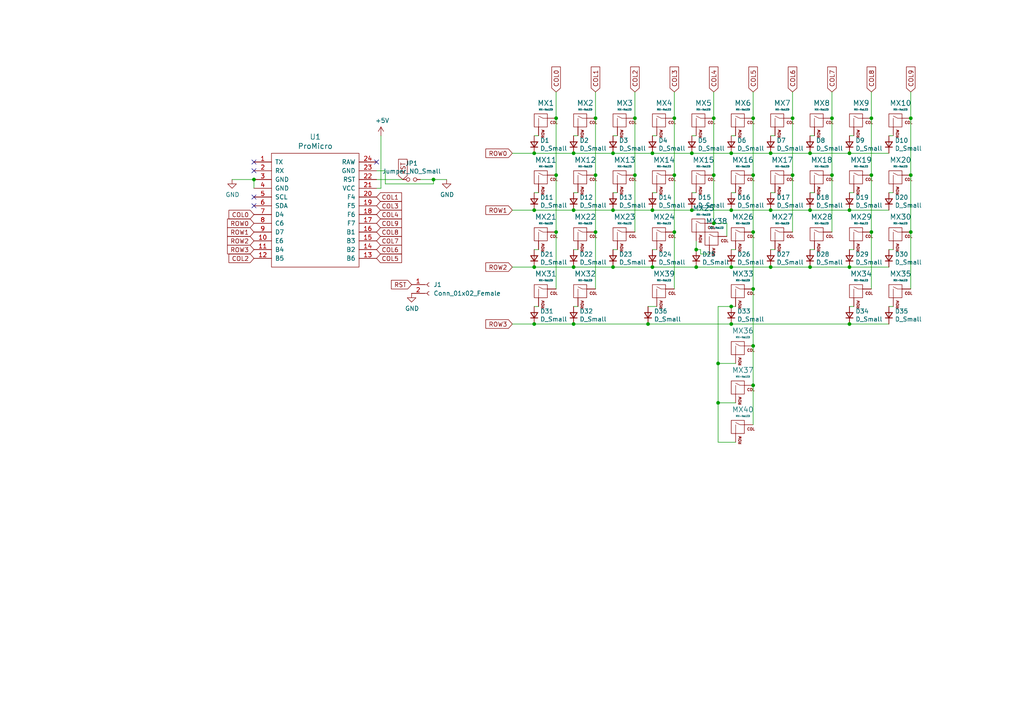
<source format=kicad_sch>
(kicad_sch (version 20211123) (generator eeschema)
  (paper "A4")
  (lib_symbols
    (symbol "Connector:Conn_01x02_Female" (pin_names (offset 1.016) hide)
      (property "Reference" "J" (at 0 2.54 0))
      (property "Value" "Conn_01x02_Female" (at 0 -5.08 0))
      (symbol "Conn_01x02_Female_1_1"
        (arc (start 0 -2.032) (mid -0.508 -2.54) (end 0 -3.048) (stroke (width 0.1524)))
        (polyline (pts (xy -1.27 -2.54) (xy -0.508 -2.54)) (stroke (width 0.1524)))
        (polyline (pts (xy -1.27 0) (xy -0.508 0)) (stroke (width 0.1524)))
        (arc (start 0 0.508) (mid -0.508 0) (end 0 -0.508) (stroke (width 0.1524)))
        (pin passive line (at -5.08 0 0) (length 3.81) (name "Pin_1") (number "1"))
        (pin passive line (at -5.08 -2.54 0) (length 3.81) (name "Pin_2") (number "2"))
      )
    )
    (symbol "Device:D_Small" (pin_numbers hide) (pin_names (offset 0.254) hide)
      (property "Reference" "D" (at -1.27 2.032 0))
      (property "Value" "D_Small" (at -3.81 -2.032 0))
      (symbol "D_Small_0_1"
        (polyline (pts (xy -0.762 -1.016) (xy -0.762 1.016)) (stroke (width 0.254)))
        (polyline (pts (xy -0.762 0) (xy 0.762 0)))
        (polyline (pts (xy 0.762 -1.016) (xy -0.762 0) (xy 0.762 1.016) (xy 0.762 -1.016)) (stroke (width 0.254)))
      )
      (symbol "D_Small_1_1"
        (pin passive line (at -2.54 0 0) (length 1.778) (name "K") (number "1"))
        (pin passive line (at 2.54 0 180) (length 1.778) (name "A") (number "2"))
      )
    )
    (symbol "Device:Jumper_NO_Small" (pin_numbers hide) (pin_names (offset 0.762) hide)
      (property "Reference" "JP" (at 0 2.032 0))
      (property "Value" "Device_Jumper_NO_Small" (at 0.254 -1.524 0))
      (symbol "Jumper_NO_Small_0_1"
        (circle (center -1.016 0) (radius 0.508))
        (circle (center 1.016 0) (radius 0.508))
        (pin passive line (at -2.54 0 0) (length 1.016) (name "1") (number "1"))
        (pin passive line (at 2.54 0 180) (length 1.016) (name "2") (number "2"))
      )
    )
    (symbol "MX_Alps_Hybrid:MX-NoLED" (pin_names (offset 1.016))
      (property "Reference" "MX" (at -0.635 3.81 0))
      (property "Value" "MX_Alps_Hybrid_MX-NoLED" (at -0.635 1.27 0))
      (symbol "MX-NoLED_0_0"
        (rectangle (start -2.54 2.54) (end 1.27 -1.27))
        (polyline (pts (xy -1.27 -1.27) (xy -1.27 1.27)) (stroke (width 0.127)))
        (polyline (pts (xy 1.27 1.27) (xy 0 1.27) (xy -1.27 1.905)) (stroke (width 0.127)))
        (text "COL" (at 3.175 0 0) (effects (font (size 0.762 0.762))))
        (text "ROW" (at 0 -1.905 900) (effects (font (size 0.762 0.762)) (justify right)))
      )
      (symbol "MX-NoLED_1_1"
        (pin passive line (at 3.81 1.27 180) (length 2.54) (name "COL") (number "1"))
        (pin passive line (at -1.27 -3.81 90) (length 2.54) (name "ROW") (number "2"))
      )
    )
    (symbol "power:+5V" (power) (pin_names (offset 0))
      (property "Value" "+5V" (at 0 3.556 0))
      (symbol "+5V_0_1"
        (polyline (pts (xy -0.762 1.27) (xy 0 2.54)))
        (polyline (pts (xy 0 0) (xy 0 2.54)))
        (polyline (pts (xy 0 2.54) (xy 0.762 1.27)))
      )
      (symbol "+5V_1_1"
        (pin power_in line (at 0 0 90) (length 0) hide (name "+5V") (number "1"))
      )
    )
    (symbol "power:GND" (power) (pin_names (offset 0))
      (property "Value" "GND" (at 0 -3.81 0))
      (symbol "GND_0_1"
        (polyline (pts (xy 0 0) (xy 0 -1.27) (xy 1.27 -1.27) (xy 0 -2.54) (xy -1.27 -1.27) (xy 0 -1.27)))
      )
      (symbol "GND_1_1"
        (pin power_in line (at 0 0 270) (length 0) hide (name "GND") (number "1"))
      )
    )
    (symbol "promicro:ProMicro" (pin_names (offset 1.016))
      (property "Reference" "U" (at 0 24.13 0))
      (property "Value" "promicro_ProMicro" (at 0 -13.97 0))
      (symbol "ProMicro_0_1"
        (rectangle (start -12.7 21.59) (end 12.7 -11.43))
      )
      (symbol "ProMicro_1_1"
        (pin bidirectional line (at -17.78 19.05 0) (length 5.08) (name "TX") (number "1"))
        (pin bidirectional line (at -17.78 -3.81 0) (length 5.08) (name "E6") (number "10"))
        (pin bidirectional line (at -17.78 -6.35 0) (length 5.08) (name "B4") (number "11"))
        (pin bidirectional line (at -17.78 -8.89 0) (length 5.08) (name "B5") (number "12"))
        (pin bidirectional line (at 17.78 -8.89 180) (length 5.08) (name "B6") (number "13"))
        (pin bidirectional line (at 17.78 -6.35 180) (length 5.08) (name "B2") (number "14"))
        (pin bidirectional line (at 17.78 -3.81 180) (length 5.08) (name "B3") (number "15"))
        (pin bidirectional line (at 17.78 -1.27 180) (length 5.08) (name "B1") (number "16"))
        (pin bidirectional line (at 17.78 1.27 180) (length 5.08) (name "F7") (number "17"))
        (pin bidirectional line (at 17.78 3.81 180) (length 5.08) (name "F6") (number "18"))
        (pin bidirectional line (at 17.78 6.35 180) (length 5.08) (name "F5") (number "19"))
        (pin bidirectional line (at -17.78 16.51 0) (length 5.08) (name "RX") (number "2"))
        (pin bidirectional line (at 17.78 8.89 180) (length 5.08) (name "F4") (number "20"))
        (pin power_in line (at 17.78 11.43 180) (length 5.08) (name "VCC") (number "21"))
        (pin input line (at 17.78 13.97 180) (length 5.08) (name "RST") (number "22"))
        (pin power_in line (at 17.78 16.51 180) (length 5.08) (name "GND") (number "23"))
        (pin power_out line (at 17.78 19.05 180) (length 5.08) (name "RAW") (number "24"))
        (pin power_in line (at -17.78 13.97 0) (length 5.08) (name "GND") (number "3"))
        (pin power_in line (at -17.78 11.43 0) (length 5.08) (name "GND") (number "4"))
        (pin bidirectional line (at -17.78 8.89 0) (length 5.08) (name "SCL") (number "5"))
        (pin bidirectional line (at -17.78 6.35 0) (length 5.08) (name "SDA") (number "6"))
        (pin bidirectional line (at -17.78 3.81 0) (length 5.08) (name "D4") (number "7"))
        (pin bidirectional line (at -17.78 1.27 0) (length 5.08) (name "C6") (number "8"))
        (pin bidirectional line (at -17.78 -1.27 0) (length 5.08) (name "D7") (number "9"))
      )
    )
  )
  (junction (at 218.44 111.76))
  (junction (at 161.29 34.29))
  (junction (at 241.3 34.29))
  (junction (at 166.37 77.47))
  (junction (at 125.73 52.07))
  (junction (at 264.16 67.31))
  (junction (at 212.09 44.45))
  (junction (at 154.94 60.96))
  (junction (at 234.95 77.47))
  (junction (at 234.95 44.45))
  (junction (at 200.66 60.96))
  (junction (at 246.38 60.96))
  (junction (at 177.8 60.96))
  (junction (at 195.58 34.29))
  (junction (at 201.93 77.47))
  (junction (at 252.73 67.31))
  (junction (at 252.73 50.8))
  (junction (at 187.96 93.98))
  (junction (at 166.37 60.96))
  (junction (at 218.44 34.29))
  (junction (at 154.94 44.45))
  (junction (at 184.15 34.29))
  (junction (at 195.58 67.31))
  (junction (at 229.87 50.8))
  (junction (at 246.38 44.45))
  (junction (at 218.44 50.8))
  (junction (at 208.28 105.41))
  (junction (at 246.38 77.47))
  (junction (at 208.28 116.84))
  (junction (at 212.09 88.9))
  (junction (at 207.01 34.29))
  (junction (at 166.37 44.45))
  (junction (at 154.94 77.47))
  (junction (at 177.8 44.45))
  (junction (at 218.44 67.31))
  (junction (at 212.09 77.47))
  (junction (at 223.52 77.47))
  (junction (at 218.44 100.33))
  (junction (at 241.3 50.8))
  (junction (at 189.23 77.47))
  (junction (at 172.72 67.31))
  (junction (at 264.16 34.29))
  (junction (at 172.72 34.29))
  (junction (at 200.66 44.45))
  (junction (at 252.73 34.29))
  (junction (at 184.15 50.8))
  (junction (at 166.37 93.98))
  (junction (at 189.23 60.96))
  (junction (at 234.95 60.96))
  (junction (at 172.72 50.8))
  (junction (at 201.93 72.39))
  (junction (at 223.52 60.96))
  (junction (at 207.01 64.77))
  (junction (at 177.8 77.47))
  (junction (at 246.38 93.98))
  (junction (at 212.09 60.96))
  (junction (at 161.29 67.31))
  (junction (at 223.52 44.45))
  (junction (at 189.23 44.45))
  (junction (at 161.29 50.8))
  (junction (at 218.44 83.82))
  (junction (at 212.09 93.98))
  (junction (at 264.16 50.8))
  (junction (at 207.01 50.8))
  (junction (at 195.58 50.8))
  (junction (at 73.66 52.07))
  (junction (at 154.94 93.98))
  (junction (at 229.87 34.29))
  (no_connect (at 73.66 57.15))
  (no_connect (at 73.66 49.53))
  (no_connect (at 109.22 46.99))
  (no_connect (at 73.66 59.69))
  (no_connect (at 73.66 46.99))
  (wire (pts (xy 161.29 50.8) (xy 161.29 67.31)))
  (wire (pts (xy 247.65 72.39) (xy 246.38 72.39)))
  (wire (pts (xy 156.21 72.39) (xy 154.94 72.39)))
  (wire (pts (xy 177.8 77.47) (xy 189.23 77.47)))
  (wire (pts (xy 218.44 50.8) (xy 218.44 67.31)))
  (wire (pts (xy 207.01 34.29) (xy 207.01 50.8)))
  (wire (pts (xy 195.58 26.67) (xy 195.58 34.29)))
  (wire (pts (xy 218.44 83.82) (xy 218.44 67.31)))
  (wire (pts (xy 189.23 60.96) (xy 200.66 60.96)))
  (wire (pts (xy 195.58 67.31) (xy 195.58 83.82)))
  (wire (pts (xy 177.8 60.96) (xy 189.23 60.96)))
  (wire (pts (xy 190.5 55.88) (xy 189.23 55.88)))
  (wire (pts (xy 111.76 53.34) (xy 125.73 53.34)))
  (wire (pts (xy 224.79 39.37) (xy 223.52 39.37)))
  (wire (pts (xy 208.28 128.27) (xy 208.28 116.84)))
  (wire (pts (xy 172.72 34.29) (xy 172.72 50.8)))
  (wire (pts (xy 229.87 26.67) (xy 229.87 34.29)))
  (wire (pts (xy 154.94 44.45) (xy 166.37 44.45)))
  (wire (pts (xy 161.29 83.82) (xy 161.29 67.31)))
  (wire (pts (xy 190.5 39.37) (xy 189.23 39.37)))
  (wire (pts (xy 167.64 39.37) (xy 166.37 39.37)))
  (wire (pts (xy 161.29 26.67) (xy 161.29 34.29)))
  (wire (pts (xy 208.28 88.9) (xy 212.09 88.9)))
  (wire (pts (xy 252.73 26.67) (xy 252.73 34.29)))
  (wire (pts (xy 252.73 83.82) (xy 252.73 67.31)))
  (wire (pts (xy 213.36 39.37) (xy 212.09 39.37)))
  (wire (pts (xy 195.58 50.8) (xy 195.58 67.31)))
  (wire (pts (xy 154.94 60.96) (xy 166.37 60.96)))
  (wire (pts (xy 201.93 55.88) (xy 200.66 55.88)))
  (wire (pts (xy 154.94 77.47) (xy 166.37 77.47)))
  (wire (pts (xy 172.72 26.67) (xy 172.72 34.29)))
  (wire (pts (xy 172.72 50.8) (xy 172.72 67.31)))
  (wire (pts (xy 259.08 72.39) (xy 257.81 72.39)))
  (wire (pts (xy 224.79 55.88) (xy 223.52 55.88)))
  (wire (pts (xy 167.64 55.88) (xy 166.37 55.88)))
  (wire (pts (xy 213.36 55.88) (xy 212.09 55.88)))
  (wire (pts (xy 246.38 44.45) (xy 257.81 44.45)))
  (wire (pts (xy 179.07 72.39) (xy 177.8 72.39)))
  (wire (pts (xy 166.37 77.47) (xy 177.8 77.47)))
  (wire (pts (xy 259.08 88.9) (xy 257.81 88.9)))
  (wire (pts (xy 179.07 39.37) (xy 177.8 39.37)))
  (wire (pts (xy 156.21 55.88) (xy 154.94 55.88)))
  (wire (pts (xy 207.01 26.67) (xy 207.01 34.29)))
  (wire (pts (xy 259.08 55.88) (xy 257.81 55.88)))
  (wire (pts (xy 246.38 77.47) (xy 257.81 77.47)))
  (wire (pts (xy 111.76 49.53) (xy 111.76 53.34)))
  (wire (pts (xy 236.22 55.88) (xy 234.95 55.88)))
  (wire (pts (xy 201.93 39.37) (xy 200.66 39.37)))
  (wire (pts (xy 218.44 111.76) (xy 218.44 123.19)))
  (wire (pts (xy 167.64 72.39) (xy 166.37 72.39)))
  (wire (pts (xy 172.72 83.82) (xy 172.72 67.31)))
  (wire (pts (xy 67.31 52.07) (xy 73.66 52.07)))
  (wire (pts (xy 229.87 50.8) (xy 229.87 67.31)))
  (wire (pts (xy 154.94 44.45) (xy 148.59 44.45)))
  (wire (pts (xy 184.15 34.29) (xy 184.15 50.8)))
  (wire (pts (xy 218.44 26.67) (xy 218.44 34.29)))
  (wire (pts (xy 241.3 26.67) (xy 241.3 34.29)))
  (wire (pts (xy 213.36 105.41) (xy 208.28 105.41)))
  (wire (pts (xy 200.66 44.45) (xy 212.09 44.45)))
  (wire (pts (xy 201.93 69.85) (xy 201.93 72.39)))
  (wire (pts (xy 212.09 44.45) (xy 223.52 44.45)))
  (wire (pts (xy 203.2 73.66) (xy 203.2 72.39)))
  (wire (pts (xy 229.87 34.29) (xy 229.87 50.8)))
  (wire (pts (xy 156.21 39.37) (xy 154.94 39.37)))
  (wire (pts (xy 218.44 111.76) (xy 218.44 100.33)))
  (wire (pts (xy 121.92 52.07) (xy 125.73 52.07)))
  (wire (pts (xy 212.09 72.39) (xy 213.36 72.39)))
  (wire (pts (xy 246.38 60.96) (xy 257.81 60.96)))
  (wire (pts (xy 218.44 34.29) (xy 218.44 50.8)))
  (wire (pts (xy 234.95 44.45) (xy 246.38 44.45)))
  (wire (pts (xy 213.36 128.27) (xy 208.28 128.27)))
  (wire (pts (xy 247.65 39.37) (xy 246.38 39.37)))
  (wire (pts (xy 252.73 50.8) (xy 252.73 67.31)))
  (wire (pts (xy 154.94 93.98) (xy 148.59 93.98)))
  (wire (pts (xy 223.52 44.45) (xy 234.95 44.45)))
  (wire (pts (xy 213.36 116.84) (xy 208.28 116.84)))
  (wire (pts (xy 210.82 64.77) (xy 207.01 64.77)))
  (wire (pts (xy 109.22 52.07) (xy 116.84 52.07)))
  (wire (pts (xy 208.28 105.41) (xy 208.28 88.9)))
  (wire (pts (xy 125.73 53.34) (xy 125.73 52.07)))
  (wire (pts (xy 264.16 50.8) (xy 264.16 67.31)))
  (wire (pts (xy 166.37 88.9) (xy 167.64 88.9)))
  (wire (pts (xy 129.54 52.07) (xy 125.73 52.07)))
  (wire (pts (xy 224.79 72.39) (xy 223.52 72.39)))
  (wire (pts (xy 154.94 60.96) (xy 148.59 60.96)))
  (wire (pts (xy 109.22 49.53) (xy 111.76 49.53)))
  (wire (pts (xy 223.52 77.47) (xy 234.95 77.47)))
  (wire (pts (xy 189.23 44.45) (xy 200.66 44.45)))
  (wire (pts (xy 189.23 77.47) (xy 201.93 77.47)))
  (wire (pts (xy 246.38 93.98) (xy 257.81 93.98)))
  (wire (pts (xy 203.2 73.66) (xy 205.74 73.66)))
  (wire (pts (xy 236.22 72.39) (xy 234.95 72.39)))
  (wire (pts (xy 234.95 60.96) (xy 246.38 60.96)))
  (wire (pts (xy 264.16 26.67) (xy 264.16 34.29)))
  (wire (pts (xy 212.09 93.98) (xy 187.96 93.98)))
  (wire (pts (xy 234.95 77.47) (xy 246.38 77.47)))
  (wire (pts (xy 247.65 88.9) (xy 246.38 88.9)))
  (wire (pts (xy 264.16 67.31) (xy 264.16 83.82)))
  (wire (pts (xy 259.08 39.37) (xy 257.81 39.37)))
  (wire (pts (xy 184.15 50.8) (xy 184.15 67.31)))
  (wire (pts (xy 207.01 64.77) (xy 207.01 50.8)))
  (wire (pts (xy 166.37 93.98) (xy 154.94 93.98)))
  (wire (pts (xy 200.66 60.96) (xy 212.09 60.96)))
  (wire (pts (xy 187.96 88.9) (xy 190.5 88.9)))
  (wire (pts (xy 195.58 34.29) (xy 195.58 50.8)))
  (wire (pts (xy 212.09 60.96) (xy 223.52 60.96)))
  (wire (pts (xy 241.3 50.8) (xy 241.3 67.31)))
  (wire (pts (xy 203.2 72.39) (xy 201.93 72.39)))
  (wire (pts (xy 241.3 34.29) (xy 241.3 50.8)))
  (wire (pts (xy 161.29 34.29) (xy 161.29 50.8)))
  (wire (pts (xy 208.28 116.84) (xy 208.28 105.41)))
  (wire (pts (xy 177.8 44.45) (xy 189.23 44.45)))
  (wire (pts (xy 218.44 100.33) (xy 218.44 83.82)))
  (wire (pts (xy 212.09 77.47) (xy 223.52 77.47)))
  (wire (pts (xy 213.36 88.9) (xy 212.09 88.9)))
  (wire (pts (xy 264.16 34.29) (xy 264.16 50.8)))
  (wire (pts (xy 247.65 55.88) (xy 246.38 55.88)))
  (wire (pts (xy 73.66 52.07) (xy 73.66 54.61)))
  (wire (pts (xy 109.22 54.61) (xy 110.49 54.61)))
  (wire (pts (xy 110.49 54.61) (xy 110.49 39.37)))
  (wire (pts (xy 166.37 44.45) (xy 177.8 44.45)))
  (wire (pts (xy 210.82 68.58) (xy 210.82 64.77)))
  (wire (pts (xy 184.15 26.67) (xy 184.15 34.29)))
  (wire (pts (xy 223.52 60.96) (xy 234.95 60.96)))
  (wire (pts (xy 154.94 77.47) (xy 148.59 77.47)))
  (wire (pts (xy 179.07 55.88) (xy 177.8 55.88)))
  (wire (pts (xy 236.22 39.37) (xy 234.95 39.37)))
  (wire (pts (xy 252.73 34.29) (xy 252.73 50.8)))
  (wire (pts (xy 201.93 77.47) (xy 212.09 77.47)))
  (wire (pts (xy 166.37 93.98) (xy 187.96 93.98)))
  (wire (pts (xy 154.94 88.9) (xy 156.21 88.9)))
  (wire (pts (xy 246.38 93.98) (xy 212.09 93.98)))
  (wire (pts (xy 190.5 72.39) (xy 189.23 72.39)))
  (wire (pts (xy 166.37 60.96) (xy 177.8 60.96)))
  (global_label "COL2" (shape input) (at 73.66 74.93 180) (property "Intersheet References" "${INTERSHEET_REFS}" (effects hide)))
  (global_label "COL1" (shape input) (at 109.22 57.15 0) (property "Intersheet References" "${INTERSHEET_REFS}" (effects hide)))
  (global_label "COL0" (shape input) (at 73.66 62.23 180) (property "Intersheet References" "${INTERSHEET_REFS}" (effects hide)))
  (global_label "COL9" (shape input) (at 264.16 26.67 90) (property "Intersheet References" "${INTERSHEET_REFS}" (effects hide)))
  (global_label "COL1" (shape input) (at 172.72 26.67 90) (property "Intersheet References" "${INTERSHEET_REFS}" (effects hide)))
  (global_label "COL8" (shape input) (at 109.22 67.31 0) (property "Intersheet References" "${INTERSHEET_REFS}" (effects hide)))
  (global_label "ROW3" (shape input) (at 73.66 72.39 180) (property "Intersheet References" "${INTERSHEET_REFS}" (effects hide)))
  (global_label "COL0" (shape input) (at 161.29 26.67 90) (property "Intersheet References" "${INTERSHEET_REFS}" (effects hide)))
  (global_label "COL4" (shape input) (at 109.22 62.23 0) (property "Intersheet References" "${INTERSHEET_REFS}" (effects hide)))
  (global_label "RST" (shape input) (at 116.84 52.07 90) (property "Intersheet References" "${INTERSHEET_REFS}" (effects hide)))
  (global_label "ROW0" (shape input) (at 73.66 64.77 180) (property "Intersheet References" "${INTERSHEET_REFS}" (effects hide)))
  (global_label "COL8" (shape input) (at 252.73 26.67 90) (property "Intersheet References" "${INTERSHEET_REFS}" (effects hide)))
  (global_label "COL2" (shape input) (at 184.15 26.67 90) (property "Intersheet References" "${INTERSHEET_REFS}" (effects hide)))
  (global_label "COL4" (shape input) (at 207.01 26.67 90) (property "Intersheet References" "${INTERSHEET_REFS}" (effects hide)))
  (global_label "ROW3" (shape input) (at 148.59 93.98 180) (property "Intersheet References" "${INTERSHEET_REFS}" (effects hide)))
  (global_label "RST" (shape input) (at 119.38 82.55 180) (property "Intersheet References" "${INTERSHEET_REFS}" (effects hide)))
  (global_label "COL6" (shape input) (at 109.22 72.39 0) (property "Intersheet References" "${INTERSHEET_REFS}" (effects hide)))
  (global_label "COL6" (shape input) (at 229.87 26.67 90) (property "Intersheet References" "${INTERSHEET_REFS}" (effects hide)))
  (global_label "ROW0" (shape input) (at 148.59 44.45 180) (property "Intersheet References" "${INTERSHEET_REFS}" (effects hide)))
  (global_label "ROW1" (shape input) (at 148.59 60.96 180) (property "Intersheet References" "${INTERSHEET_REFS}" (effects hide)))
  (global_label "ROW2" (shape input) (at 73.66 69.85 180) (property "Intersheet References" "${INTERSHEET_REFS}" (effects hide)))
  (global_label "COL7" (shape input) (at 109.22 69.85 0) (property "Intersheet References" "${INTERSHEET_REFS}" (effects hide)))
  (global_label "COL5" (shape input) (at 109.22 74.93 0) (property "Intersheet References" "${INTERSHEET_REFS}" (effects hide)))
  (global_label "ROW1" (shape input) (at 73.66 67.31 180) (property "Intersheet References" "${INTERSHEET_REFS}" (effects hide)))
  (global_label "COL3" (shape input) (at 195.58 26.67 90) (property "Intersheet References" "${INTERSHEET_REFS}" (effects hide)))
  (global_label "COL7" (shape input) (at 241.3 26.67 90) (property "Intersheet References" "${INTERSHEET_REFS}" (effects hide)))
  (global_label "COL3" (shape input) (at 109.22 59.69 0) (property "Intersheet References" "${INTERSHEET_REFS}" (effects hide)))
  (global_label "COL5" (shape input) (at 218.44 26.67 90) (property "Intersheet References" "${INTERSHEET_REFS}" (effects hide)))
  (global_label "COL9" (shape input) (at 109.22 64.77 0) (property "Intersheet References" "${INTERSHEET_REFS}" (effects hide)))
  (global_label "ROW2" (shape input) (at 148.59 77.47 180) (property "Intersheet References" "${INTERSHEET_REFS}" (effects hide)))
  (symbol (lib_id "MX_Alps_Hybrid:MX-NoLED") (at 157.48 35.56 0) (unit 1)
    (property "Reference" "MX1" (at 158.3182 29.8958 0) (effects (font (size 1.524 1.524))))
    (property "Value" "MX-NoLED" (at 158.3182 31.7754 0) (effects (font (size 0.508 0.508))))
    (property "Footprint" "MX_Only:MXOnly-1U-NoLED" (effects hide))
  )
  (symbol (lib_id "MX_Alps_Hybrid:MX-NoLED") (at 157.48 52.07 0) (unit 1)
    (property "Reference" "MX11" (at 158.3182 46.4058 0) (effects (font (size 1.524 1.524))))
    (property "Value" "MX-NoLED" (at 158.3182 48.2854 0) (effects (font (size 0.508 0.508))))
    (property "Footprint" "MX_Only:MXOnly-1U-NoLED" (effects hide))
  )
  (symbol (lib_id "MX_Alps_Hybrid:MX-NoLED") (at 157.48 68.58 0) (unit 1)
    (property "Reference" "MX21" (at 158.3182 62.9158 0) (effects (font (size 1.524 1.524))))
    (property "Value" "MX-NoLED" (at 158.3182 64.7954 0) (effects (font (size 0.508 0.508))))
    (property "Footprint" "MX_Only:MXOnly-1U-NoLED" (effects hide))
  )
  (symbol (lib_id "Device:D_Small") (at 154.94 41.91 90) (unit 1)
    (property "Reference" "D1" (at 156.6672 40.7416 90) (effects (justify right)))
    (property "Value" "D_Small" (at 156.6672 43.053 90) (effects (justify right)))
    (property "Footprint" "Keebio-Parts:Diode-Hybrid-Back" (effects hide))
  )
  (symbol (lib_id "Device:D_Small") (at 154.94 58.42 90) (unit 1)
    (property "Reference" "D11" (at 156.6672 57.2516 90) (effects (justify right)))
    (property "Value" "D_Small" (at 156.6672 59.563 90) (effects (justify right)))
    (property "Footprint" "Keebio-Parts:Diode-Hybrid-Back" (effects hide))
  )
  (symbol (lib_id "Device:D_Small") (at 154.94 74.93 90) (unit 1)
    (property "Reference" "D21" (at 156.6672 73.7616 90) (effects (justify right)))
    (property "Value" "D_Small" (at 156.6672 76.073 90) (effects (justify right)))
    (property "Footprint" "Keebio-Parts:Diode-Hybrid-Back" (effects hide))
  )
  (symbol (lib_id "MX_Alps_Hybrid:MX-NoLED") (at 168.91 35.56 0) (unit 1)
    (property "Reference" "MX2" (at 169.7482 29.8958 0) (effects (font (size 1.524 1.524))))
    (property "Value" "MX-NoLED" (at 169.7482 31.7754 0) (effects (font (size 0.508 0.508))))
    (property "Footprint" "MX_Only:MXOnly-1U-NoLED" (effects hide))
  )
  (symbol (lib_id "MX_Alps_Hybrid:MX-NoLED") (at 168.91 52.07 0) (unit 1)
    (property "Reference" "MX12" (at 169.7482 46.4058 0) (effects (font (size 1.524 1.524))))
    (property "Value" "MX-NoLED" (at 169.7482 48.2854 0) (effects (font (size 0.508 0.508))))
    (property "Footprint" "MX_Only:MXOnly-1U-NoLED" (effects hide))
  )
  (symbol (lib_id "MX_Alps_Hybrid:MX-NoLED") (at 168.91 68.58 0) (unit 1)
    (property "Reference" "MX22" (at 169.7482 62.9158 0) (effects (font (size 1.524 1.524))))
    (property "Value" "MX-NoLED" (at 169.7482 64.7954 0) (effects (font (size 0.508 0.508))))
    (property "Footprint" "MX_Only:MXOnly-1U-NoLED" (effects hide))
  )
  (symbol (lib_id "Device:D_Small") (at 166.37 41.91 90) (unit 1)
    (property "Reference" "D2" (at 168.0972 40.7416 90) (effects (justify right)))
    (property "Value" "D_Small" (at 168.0972 43.053 90) (effects (justify right)))
    (property "Footprint" "Keebio-Parts:Diode-Hybrid-Back" (effects hide))
  )
  (symbol (lib_id "Device:D_Small") (at 166.37 58.42 90) (unit 1)
    (property "Reference" "D12" (at 168.0972 57.2516 90) (effects (justify right)))
    (property "Value" "D_Small" (at 168.0972 59.563 90) (effects (justify right)))
    (property "Footprint" "Keebio-Parts:Diode-Hybrid-Back" (effects hide))
  )
  (symbol (lib_id "Device:D_Small") (at 166.37 74.93 90) (unit 1)
    (property "Reference" "D22" (at 168.0972 73.7616 90) (effects (justify right)))
    (property "Value" "D_Small" (at 168.0972 76.073 90) (effects (justify right)))
    (property "Footprint" "Keebio-Parts:Diode-Hybrid-Back" (effects hide))
  )
  (symbol (lib_id "MX_Alps_Hybrid:MX-NoLED") (at 180.34 35.56 0) (unit 1)
    (property "Reference" "MX3" (at 181.1782 29.8958 0) (effects (font (size 1.524 1.524))))
    (property "Value" "MX-NoLED" (at 181.1782 31.7754 0) (effects (font (size 0.508 0.508))))
    (property "Footprint" "MX_Only:MXOnly-1U-NoLED" (effects hide))
  )
  (symbol (lib_id "MX_Alps_Hybrid:MX-NoLED") (at 180.34 52.07 0) (unit 1)
    (property "Reference" "MX13" (at 181.1782 46.4058 0) (effects (font (size 1.524 1.524))))
    (property "Value" "MX-NoLED" (at 181.1782 48.2854 0) (effects (font (size 0.508 0.508))))
    (property "Footprint" "MX_Only:MXOnly-1U-NoLED" (effects hide))
  )
  (symbol (lib_id "MX_Alps_Hybrid:MX-NoLED") (at 180.34 68.58 0) (unit 1)
    (property "Reference" "MX23" (at 181.1782 62.9158 0) (effects (font (size 1.524 1.524))))
    (property "Value" "MX-NoLED" (at 181.1782 64.7954 0) (effects (font (size 0.508 0.508))))
    (property "Footprint" "MX_Only:MXOnly-1U-NoLED" (effects hide))
  )
  (symbol (lib_id "Device:D_Small") (at 177.8 41.91 90) (unit 1)
    (property "Reference" "D3" (at 179.5272 40.7416 90) (effects (justify right)))
    (property "Value" "D_Small" (at 179.5272 43.053 90) (effects (justify right)))
    (property "Footprint" "Keebio-Parts:Diode-Hybrid-Back" (effects hide))
  )
  (symbol (lib_id "Device:D_Small") (at 177.8 58.42 90) (unit 1)
    (property "Reference" "D13" (at 179.5272 57.2516 90) (effects (justify right)))
    (property "Value" "D_Small" (at 179.5272 59.563 90) (effects (justify right)))
    (property "Footprint" "Keebio-Parts:Diode-Hybrid-Back" (effects hide))
  )
  (symbol (lib_id "Device:D_Small") (at 177.8 74.93 90) (unit 1)
    (property "Reference" "D23" (at 179.5272 73.7616 90) (effects (justify right)))
    (property "Value" "D_Small" (at 179.5272 76.073 90) (effects (justify right)))
    (property "Footprint" "Keebio-Parts:Diode-Hybrid-Back" (effects hide))
  )
  (symbol (lib_id "MX_Alps_Hybrid:MX-NoLED") (at 191.77 35.56 0) (unit 1)
    (property "Reference" "MX4" (at 192.6082 29.8958 0) (effects (font (size 1.524 1.524))))
    (property "Value" "MX-NoLED" (at 192.6082 31.7754 0) (effects (font (size 0.508 0.508))))
    (property "Footprint" "MX_Only:MXOnly-1U-NoLED" (effects hide))
  )
  (symbol (lib_id "MX_Alps_Hybrid:MX-NoLED") (at 191.77 52.07 0) (unit 1)
    (property "Reference" "MX14" (at 192.6082 46.4058 0) (effects (font (size 1.524 1.524))))
    (property "Value" "MX-NoLED" (at 192.6082 48.2854 0) (effects (font (size 0.508 0.508))))
    (property "Footprint" "MX_Only:MXOnly-1U-NoLED" (effects hide))
  )
  (symbol (lib_id "MX_Alps_Hybrid:MX-NoLED") (at 191.77 68.58 0) (unit 1)
    (property "Reference" "MX24" (at 192.6082 62.9158 0) (effects (font (size 1.524 1.524))))
    (property "Value" "MX-NoLED" (at 192.6082 64.7954 0) (effects (font (size 0.508 0.508))))
    (property "Footprint" "MX_Only:MXOnly-1U-NoLED" (effects hide))
  )
  (symbol (lib_id "Device:D_Small") (at 189.23 41.91 90) (unit 1)
    (property "Reference" "D4" (at 190.9572 40.7416 90) (effects (justify right)))
    (property "Value" "D_Small" (at 190.9572 43.053 90) (effects (justify right)))
    (property "Footprint" "Keebio-Parts:Diode-Hybrid-Back" (effects hide))
  )
  (symbol (lib_id "Device:D_Small") (at 189.23 58.42 90) (unit 1)
    (property "Reference" "D14" (at 190.9572 57.2516 90) (effects (justify right)))
    (property "Value" "D_Small" (at 190.9572 59.563 90) (effects (justify right)))
    (property "Footprint" "Keebio-Parts:Diode-Hybrid-Back" (effects hide))
  )
  (symbol (lib_id "Device:D_Small") (at 189.23 74.93 90) (unit 1)
    (property "Reference" "D24" (at 190.9572 73.7616 90) (effects (justify right)))
    (property "Value" "D_Small" (at 190.9572 76.073 90) (effects (justify right)))
    (property "Footprint" "Keebio-Parts:Diode-Hybrid-Back" (effects hide))
  )
  (symbol (lib_id "MX_Alps_Hybrid:MX-NoLED") (at 203.2 35.56 0) (unit 1)
    (property "Reference" "MX5" (at 204.0382 29.8958 0) (effects (font (size 1.524 1.524))))
    (property "Value" "MX-NoLED" (at 204.0382 31.7754 0) (effects (font (size 0.508 0.508))))
    (property "Footprint" "MX_Only:MXOnly-1U-NoLED" (effects hide))
  )
  (symbol (lib_id "MX_Alps_Hybrid:MX-NoLED") (at 203.2 52.07 0) (unit 1)
    (property "Reference" "MX15" (at 204.0382 46.4058 0) (effects (font (size 1.524 1.524))))
    (property "Value" "MX-NoLED" (at 204.0382 48.2854 0) (effects (font (size 0.508 0.508))))
    (property "Footprint" "MX_Only:MXOnly-1U-NoLED" (effects hide))
  )
  (symbol (lib_id "MX_Alps_Hybrid:MX-NoLED") (at 203.2 66.04 0) (unit 1)
    (property "Reference" "MX25" (at 204.0382 60.3758 0) (effects (font (size 1.524 1.524))))
    (property "Value" "MX-NoLED" (at 204.0382 62.2554 0) (effects (font (size 0.508 0.508))))
    (property "Footprint" "MX_Only:MXOnly-1U-NoLED" (effects hide))
  )
  (symbol (lib_id "Device:D_Small") (at 200.66 41.91 90) (unit 1)
    (property "Reference" "D5" (at 202.3872 40.7416 90) (effects (justify right)))
    (property "Value" "D_Small" (at 202.3872 43.053 90) (effects (justify right)))
    (property "Footprint" "Keebio-Parts:Diode-Hybrid-Back" (effects hide))
  )
  (symbol (lib_id "Device:D_Small") (at 200.66 58.42 90) (unit 1)
    (property "Reference" "D15" (at 202.3872 57.2516 90) (effects (justify right)))
    (property "Value" "D_Small" (at 202.3872 59.563 90) (effects (justify right)))
    (property "Footprint" "Keebio-Parts:Diode-Hybrid-Back" (effects hide))
  )
  (symbol (lib_id "Device:D_Small") (at 201.93 74.93 90) (unit 1)
    (property "Reference" "D25" (at 203.6572 73.7616 90) (effects (justify right)))
    (property "Value" "D_Small" (at 203.6572 76.073 90) (effects (justify right)))
    (property "Footprint" "Keebio-Parts:Diode-Hybrid-Back" (effects hide))
  )
  (symbol (lib_id "MX_Alps_Hybrid:MX-NoLED") (at 214.63 35.56 0) (unit 1)
    (property "Reference" "MX6" (at 215.4682 29.8958 0) (effects (font (size 1.524 1.524))))
    (property "Value" "MX-NoLED" (at 215.4682 31.7754 0) (effects (font (size 0.508 0.508))))
    (property "Footprint" "MX_Only:MXOnly-1U-NoLED" (effects hide))
  )
  (symbol (lib_id "MX_Alps_Hybrid:MX-NoLED") (at 214.63 52.07 0) (unit 1)
    (property "Reference" "MX16" (at 215.4682 46.4058 0) (effects (font (size 1.524 1.524))))
    (property "Value" "MX-NoLED" (at 215.4682 48.2854 0) (effects (font (size 0.508 0.508))))
    (property "Footprint" "MX_Only:MXOnly-1U-NoLED" (effects hide))
  )
  (symbol (lib_id "Device:D_Small") (at 212.09 41.91 90) (unit 1)
    (property "Reference" "D6" (at 213.8172 40.7416 90) (effects (justify right)))
    (property "Value" "D_Small" (at 213.8172 43.053 90) (effects (justify right)))
    (property "Footprint" "Keebio-Parts:Diode-Hybrid-Back" (effects hide))
  )
  (symbol (lib_id "Device:D_Small") (at 212.09 58.42 90) (unit 1)
    (property "Reference" "D16" (at 213.8172 57.2516 90) (effects (justify right)))
    (property "Value" "D_Small" (at 213.8172 59.563 90) (effects (justify right)))
    (property "Footprint" "Keebio-Parts:Diode-Hybrid-Back" (effects hide))
  )
  (symbol (lib_id "MX_Alps_Hybrid:MX-NoLED") (at 226.06 35.56 0) (unit 1)
    (property "Reference" "MX7" (at 226.8982 29.8958 0) (effects (font (size 1.524 1.524))))
    (property "Value" "MX-NoLED" (at 226.8982 31.7754 0) (effects (font (size 0.508 0.508))))
    (property "Footprint" "MX_Only:MXOnly-1U-NoLED" (effects hide))
  )
  (symbol (lib_id "MX_Alps_Hybrid:MX-NoLED") (at 226.06 52.07 0) (unit 1)
    (property "Reference" "MX17" (at 226.8982 46.4058 0) (effects (font (size 1.524 1.524))))
    (property "Value" "MX-NoLED" (at 226.8982 48.2854 0) (effects (font (size 0.508 0.508))))
    (property "Footprint" "MX_Only:MXOnly-1U-NoLED" (effects hide))
  )
  (symbol (lib_id "MX_Alps_Hybrid:MX-NoLED") (at 226.06 68.58 0) (unit 1)
    (property "Reference" "MX27" (at 226.8982 62.9158 0) (effects (font (size 1.524 1.524))))
    (property "Value" "MX-NoLED" (at 226.8982 64.7954 0) (effects (font (size 0.508 0.508))))
    (property "Footprint" "MX_Only:MXOnly-1U-NoLED" (effects hide))
  )
  (symbol (lib_id "Device:D_Small") (at 223.52 41.91 90) (unit 1)
    (property "Reference" "D7" (at 225.2472 40.7416 90) (effects (justify right)))
    (property "Value" "D_Small" (at 225.2472 43.053 90) (effects (justify right)))
    (property "Footprint" "Keebio-Parts:Diode-Hybrid-Back" (effects hide))
  )
  (symbol (lib_id "Device:D_Small") (at 223.52 58.42 90) (unit 1)
    (property "Reference" "D17" (at 225.2472 57.2516 90) (effects (justify right)))
    (property "Value" "D_Small" (at 225.2472 59.563 90) (effects (justify right)))
    (property "Footprint" "Keebio-Parts:Diode-Hybrid-Back" (effects hide))
  )
  (symbol (lib_id "Device:D_Small") (at 223.52 74.93 90) (unit 1)
    (property "Reference" "D27" (at 225.2472 73.7616 90) (effects (justify right)))
    (property "Value" "D_Small" (at 225.2472 76.073 90) (effects (justify right)))
    (property "Footprint" "Keebio-Parts:Diode-Hybrid-Back" (effects hide))
  )
  (symbol (lib_id "MX_Alps_Hybrid:MX-NoLED") (at 237.49 35.56 0) (unit 1)
    (property "Reference" "MX8" (at 238.3282 29.8958 0) (effects (font (size 1.524 1.524))))
    (property "Value" "MX-NoLED" (at 238.3282 31.7754 0) (effects (font (size 0.508 0.508))))
    (property "Footprint" "MX_Only:MXOnly-1U-NoLED" (effects hide))
  )
  (symbol (lib_id "MX_Alps_Hybrid:MX-NoLED") (at 237.49 52.07 0) (unit 1)
    (property "Reference" "MX18" (at 238.3282 46.4058 0) (effects (font (size 1.524 1.524))))
    (property "Value" "MX-NoLED" (at 238.3282 48.2854 0) (effects (font (size 0.508 0.508))))
    (property "Footprint" "MX_Only:MXOnly-1U-NoLED" (effects hide))
  )
  (symbol (lib_id "MX_Alps_Hybrid:MX-NoLED") (at 237.49 68.58 0) (unit 1)
    (property "Reference" "MX28" (at 238.3282 62.9158 0) (effects (font (size 1.524 1.524))))
    (property "Value" "MX-NoLED" (at 238.3282 64.7954 0) (effects (font (size 0.508 0.508))))
    (property "Footprint" "MX_Only:MXOnly-1U-NoLED" (effects hide))
  )
  (symbol (lib_id "Device:D_Small") (at 234.95 41.91 90) (unit 1)
    (property "Reference" "D8" (at 236.6772 40.7416 90) (effects (justify right)))
    (property "Value" "D_Small" (at 236.6772 43.053 90) (effects (justify right)))
    (property "Footprint" "Keebio-Parts:Diode-Hybrid-Back" (effects hide))
  )
  (symbol (lib_id "Device:D_Small") (at 234.95 58.42 90) (unit 1)
    (property "Reference" "D18" (at 236.6772 57.2516 90) (effects (justify right)))
    (property "Value" "D_Small" (at 236.6772 59.563 90) (effects (justify right)))
    (property "Footprint" "Keebio-Parts:Diode-Hybrid-Back" (effects hide))
  )
  (symbol (lib_id "Device:D_Small") (at 234.95 74.93 90) (unit 1)
    (property "Reference" "D28" (at 236.6772 73.7616 90) (effects (justify right)))
    (property "Value" "D_Small" (at 236.6772 76.073 90) (effects (justify right)))
    (property "Footprint" "Keebio-Parts:Diode-Hybrid-Back" (effects hide))
  )
  (symbol (lib_id "promicro:ProMicro") (at 91.44 66.04 0) (unit 1)
    (property "Reference" "U1" (at 91.44 39.7002 0) (effects (font (size 1.524 1.524))))
    (property "Value" "ProMicro" (at 91.44 42.3926 0) (effects (font (size 1.524 1.524))))
    (property "Footprint" "promicro:ProMicro" (effects hide))
  )
  (symbol (lib_id "power:+5V") (at 110.49 39.37 0) (unit 1)
    (property "Reference" "#PWR01" (effects hide))
    (property "Value" "+5V" (at 110.871 34.9758 0))
  )
  (symbol (lib_id "power:GND") (at 129.54 52.07 0) (unit 1)
    (property "Reference" "#PWR03" (effects hide))
    (property "Value" "GND" (at 129.667 56.4642 0))
  )
  (symbol (lib_id "MX_Alps_Hybrid:MX-NoLED") (at 248.92 35.56 0) (unit 1)
    (property "Reference" "MX9" (at 249.7582 29.8958 0) (effects (font (size 1.524 1.524))))
    (property "Value" "MX-NoLED" (at 249.7582 31.7754 0) (effects (font (size 0.508 0.508))))
    (property "Footprint" "MX_Only:MXOnly-1U-NoLED" (effects hide))
  )
  (symbol (lib_id "MX_Alps_Hybrid:MX-NoLED") (at 248.92 52.07 0) (unit 1)
    (property "Reference" "MX19" (at 249.7582 46.4058 0) (effects (font (size 1.524 1.524))))
    (property "Value" "MX-NoLED" (at 249.7582 48.2854 0) (effects (font (size 0.508 0.508))))
    (property "Footprint" "MX_Only:MXOnly-1U-NoLED" (effects hide))
  )
  (symbol (lib_id "MX_Alps_Hybrid:MX-NoLED") (at 248.92 68.58 0) (unit 1)
    (property "Reference" "MX29" (at 249.7582 62.9158 0) (effects (font (size 1.524 1.524))))
    (property "Value" "MX-NoLED" (at 249.7582 64.7954 0) (effects (font (size 0.508 0.508))))
    (property "Footprint" "MX_Only:MXOnly-1U-NoLED" (effects hide))
  )
  (symbol (lib_id "Device:D_Small") (at 246.38 41.91 90) (unit 1)
    (property "Reference" "D9" (at 248.1072 40.7416 90) (effects (justify right)))
    (property "Value" "D_Small" (at 248.1072 43.053 90) (effects (justify right)))
    (property "Footprint" "Keebio-Parts:Diode-Hybrid-Back" (effects hide))
  )
  (symbol (lib_id "Device:D_Small") (at 246.38 58.42 90) (unit 1)
    (property "Reference" "D19" (at 248.1072 57.2516 90) (effects (justify right)))
    (property "Value" "D_Small" (at 248.1072 59.563 90) (effects (justify right)))
    (property "Footprint" "Keebio-Parts:Diode-Hybrid-Back" (effects hide))
  )
  (symbol (lib_id "Device:D_Small") (at 246.38 74.93 90) (unit 1)
    (property "Reference" "D29" (at 248.1072 73.7616 90) (effects (justify right)))
    (property "Value" "D_Small" (at 248.1072 76.073 90) (effects (justify right)))
    (property "Footprint" "Keebio-Parts:Diode-Hybrid-Back" (effects hide))
  )
  (symbol (lib_id "MX_Alps_Hybrid:MX-NoLED") (at 260.35 35.56 0) (unit 1)
    (property "Reference" "MX10" (at 261.1882 29.8958 0) (effects (font (size 1.524 1.524))))
    (property "Value" "MX-NoLED" (at 261.1882 31.7754 0) (effects (font (size 0.508 0.508))))
    (property "Footprint" "MX_Only:MXOnly-1U-NoLED" (effects hide))
  )
  (symbol (lib_id "MX_Alps_Hybrid:MX-NoLED") (at 260.35 52.07 0) (unit 1)
    (property "Reference" "MX20" (at 261.1882 46.4058 0) (effects (font (size 1.524 1.524))))
    (property "Value" "MX-NoLED" (at 261.1882 48.2854 0) (effects (font (size 0.508 0.508))))
    (property "Footprint" "MX_Only:MXOnly-1U-NoLED" (effects hide))
  )
  (symbol (lib_id "MX_Alps_Hybrid:MX-NoLED") (at 260.35 68.58 0) (unit 1)
    (property "Reference" "MX30" (at 261.1882 62.9158 0) (effects (font (size 1.524 1.524))))
    (property "Value" "MX-NoLED" (at 261.1882 64.7954 0) (effects (font (size 0.508 0.508))))
    (property "Footprint" "MX_Only:MXOnly-1U-NoLED" (effects hide))
  )
  (symbol (lib_id "Device:D_Small") (at 257.81 41.91 90) (unit 1)
    (property "Reference" "D10" (at 259.5372 40.7416 90) (effects (justify right)))
    (property "Value" "D_Small" (at 259.5372 43.053 90) (effects (justify right)))
    (property "Footprint" "Keebio-Parts:Diode-Hybrid-Back" (effects hide))
  )
  (symbol (lib_id "Device:D_Small") (at 257.81 58.42 90) (unit 1)
    (property "Reference" "D20" (at 259.5372 57.2516 90) (effects (justify right)))
    (property "Value" "D_Small" (at 259.5372 59.563 90) (effects (justify right)))
    (property "Footprint" "Keebio-Parts:Diode-Hybrid-Back" (effects hide))
  )
  (symbol (lib_id "Device:D_Small") (at 257.81 74.93 90) (unit 1)
    (property "Reference" "D30" (at 259.5372 73.7616 90) (effects (justify right)))
    (property "Value" "D_Small" (at 259.5372 76.073 90) (effects (justify right)))
    (property "Footprint" "Keebio-Parts:Diode-Hybrid-Back" (effects hide))
  )
  (symbol (lib_id "power:GND") (at 67.31 52.07 0) (unit 1)
    (property "Reference" "#PWR02" (effects hide))
    (property "Value" "GND" (at 67.437 56.4642 0))
  )
  (symbol (lib_id "MX_Alps_Hybrid:MX-NoLED") (at 214.63 68.58 0) (unit 1)
    (property "Reference" "MX26" (at 215.4682 62.9158 0) (effects (font (size 1.524 1.524))))
    (property "Value" "MX-NoLED" (at 215.4682 64.7954 0) (effects (font (size 0.508 0.508))))
    (property "Footprint" "MX_Only:MXOnly-1U-NoLED" (effects hide))
  )
  (symbol (lib_id "Device:D_Small") (at 212.09 74.93 90) (unit 1)
    (property "Reference" "D26" (at 213.8172 73.7616 90) (effects (justify right)))
    (property "Value" "D_Small" (at 213.8172 76.073 90) (effects (justify right)))
    (property "Footprint" "Keebio-Parts:Diode-Hybrid-Back" (effects hide))
  )
  (symbol (lib_id "MX_Alps_Hybrid:MX-NoLED") (at 214.63 85.09 0) (unit 1)
    (property "Reference" "MX33" (at 215.4682 79.4258 0) (effects (font (size 1.524 1.524))))
    (property "Value" "MX-NoLED" (at 215.4682 81.3054 0) (effects (font (size 0.508 0.508))))
    (property "Footprint" "MX_Alps_Hybrid:MX-10U-ReversedStabilizers-NoLED" (effects hide))
  )
  (symbol (lib_id "Device:D_Small") (at 212.09 91.44 90) (unit 1)
    (property "Reference" "D33" (at 213.8172 90.2716 90) (effects (justify right)))
    (property "Value" "D_Small" (at 213.8172 92.583 90) (effects (justify right)))
    (property "Footprint" "Keebio-Parts:Diode-Hybrid-Back" (effects hide))
  )
  (symbol (lib_id "MX_Alps_Hybrid:MX-NoLED") (at 157.48 85.09 0) (unit 1)
    (property "Reference" "MX31" (at 158.3182 79.4258 0) (effects (font (size 1.524 1.524))))
    (property "Value" "MX-NoLED" (at 158.3182 81.3054 0) (effects (font (size 0.508 0.508))))
    (property "Footprint" "MX_Only:MXOnly-1U-NoLED" (effects hide))
  )
  (symbol (lib_id "MX_Alps_Hybrid:MX-NoLED") (at 168.91 85.09 0) (unit 1)
    (property "Reference" "MX32" (at 169.7482 79.4258 0) (effects (font (size 1.524 1.524))))
    (property "Value" "MX-NoLED" (at 169.7482 81.3054 0) (effects (font (size 0.508 0.508))))
    (property "Footprint" "MX_Only:MXOnly-1U-NoLED" (effects hide))
  )
  (symbol (lib_id "MX_Alps_Hybrid:MX-NoLED") (at 248.92 85.09 0) (unit 1)
    (property "Reference" "MX34" (at 249.7582 79.4258 0) (effects (font (size 1.524 1.524))))
    (property "Value" "MX-NoLED" (at 249.7582 81.3054 0) (effects (font (size 0.508 0.508))))
    (property "Footprint" "MX_Only:MXOnly-1U-NoLED" (effects hide))
  )
  (symbol (lib_id "MX_Alps_Hybrid:MX-NoLED") (at 260.35 85.09 0) (unit 1)
    (property "Reference" "MX35" (at 261.1882 79.4258 0) (effects (font (size 1.524 1.524))))
    (property "Value" "MX-NoLED" (at 261.1882 81.3054 0) (effects (font (size 0.508 0.508))))
    (property "Footprint" "MX_Only:MXOnly-1U-NoLED" (effects hide))
  )
  (symbol (lib_id "Device:D_Small") (at 257.81 91.44 90) (unit 1)
    (property "Reference" "D35" (at 259.5372 90.2716 90) (effects (justify right)))
    (property "Value" "D_Small" (at 259.5372 92.583 90) (effects (justify right)))
    (property "Footprint" "Keebio-Parts:Diode-Hybrid-Back" (effects hide))
  )
  (symbol (lib_id "Device:D_Small") (at 246.38 91.44 90) (unit 1)
    (property "Reference" "D34" (at 248.1072 90.2716 90) (effects (justify right)))
    (property "Value" "D_Small" (at 248.1072 92.583 90) (effects (justify right)))
    (property "Footprint" "Keebio-Parts:Diode-Hybrid-Back" (effects hide))
  )
  (symbol (lib_id "Device:D_Small") (at 166.37 91.44 90) (unit 1)
    (property "Reference" "D32" (at 168.0972 90.2716 90) (effects (justify right)))
    (property "Value" "D_Small" (at 168.0972 92.583 90) (effects (justify right)))
    (property "Footprint" "Keebio-Parts:Diode-Hybrid-Back" (effects hide))
  )
  (symbol (lib_id "Device:D_Small") (at 154.94 91.44 90) (unit 1)
    (property "Reference" "D31" (at 156.6672 90.2716 90) (effects (justify right)))
    (property "Value" "D_Small" (at 156.6672 92.583 90) (effects (justify right)))
    (property "Footprint" "Keebio-Parts:Diode-Hybrid-Back" (effects hide))
  )
  (symbol (lib_id "MX_Alps_Hybrid:MX-NoLED") (at 214.63 113.03 0) (unit 1)
    (property "Reference" "MX37" (at 215.4682 107.3658 0) (effects (font (size 1.524 1.524))))
    (property "Value" "MX-NoLED" (at 215.4682 109.2454 0) (effects (font (size 0.508 0.508))))
    (property "Footprint" "MX_Only:MXOnly-6U-Centered-NoLED" (effects hide))
  )
  (symbol (lib_id "MX_Alps_Hybrid:MX-NoLED") (at 214.63 101.6 0) (unit 1)
    (property "Reference" "MX36" (at 215.4682 95.9358 0) (effects (font (size 1.524 1.524))))
    (property "Value" "MX-NoLED" (at 215.4682 97.8154 0) (effects (font (size 0.508 0.508))))
    (property "Footprint" "MX_Only:MXOnly-6U-ReversedStabilizers-NoLED" (effects hide))
  )
  (symbol (lib_id "Device:Jumper_NO_Small") (at 119.38 52.07 0) (unit 1)
    (property "Reference" "JP1" (at 119.38 47.371 0))
    (property "Value" "Jumper_NO_Small" (at 119.38 49.6824 0))
    (property "Footprint" "random-keyboard-parts:Jumper-UserFriendly-Small" (effects hide))
  )
  (symbol (lib_id "MX_Alps_Hybrid:MX-NoLED") (at 207.01 69.85 0) (unit 1)
    (property "Reference" "MX38" (at 207.8482 64.1858 0) (effects (font (size 1.524 1.524))))
    (property "Value" "MX-NoLED" (at 207.8482 66.0654 0) (effects (font (size 0.508 0.508))))
    (property "Footprint" "MX_Only:MXOnly-2U-ReversedStabilizers-NoLED" (effects hide))
  )
  (symbol (lib_id "power:GND") (at 119.38 85.09 0) (unit 1)
    (property "Reference" "#PWR0101" (effects hide))
    (property "Value" "GND" (at 119.507 89.4842 0))
  )
  (symbol (lib_id "Device:D_Small") (at 187.96 91.44 90) (unit 1)
    (property "Reference" "D36" (at 189.6872 90.2716 90) (effects (justify right)))
    (property "Value" "D_Small" (at 189.6872 92.583 90) (effects (justify right)))
    (property "Footprint" "Keebio-Parts:Diode-Hybrid-Back" (effects hide))
  )
  (symbol (lib_id "MX_Alps_Hybrid:MX-NoLED") (at 191.77 85.09 0) (unit 1)
    (property "Reference" "MX39" (at 192.6082 79.4258 0) (effects (font (size 1.524 1.524))))
    (property "Value" "MX-NoLED" (at 192.6082 81.3054 0) (effects (font (size 0.508 0.508))))
    (property "Footprint" "MX_Only:MXOnly-3U-ReversedStabilizers-NoLED" (effects hide))
  )
  (symbol (lib_id "MX_Alps_Hybrid:MX-NoLED") (at 214.63 124.46 0) (unit 1)
    (property "Reference" "MX40" (at 215.4682 118.7958 0) (effects (font (size 1.524 1.524))))
    (property "Value" "MX-NoLED" (at 215.4682 120.6754 0) (effects (font (size 0.508 0.508))))
    (property "Footprint" "MX_Only:MXOnly-3U-ReversedStabilizers-NoLED" (effects hide))
  )
  (symbol (lib_id "Connector:Conn_01x02_Female") (at 124.46 82.55 0) (unit 1)
    (property "Reference" "J1" (at 125.73 82.5499 0) (effects (justify left)))
    (property "Value" "Conn_01x02_Female" (at 125.73 85.0899 0) (effects (justify left)))
    (property "Footprint" "Connector_PinHeader_2.00mm:PinHeader_1x02_P2.00mm_Vertical" (effects hide))
  )
)
</source>
